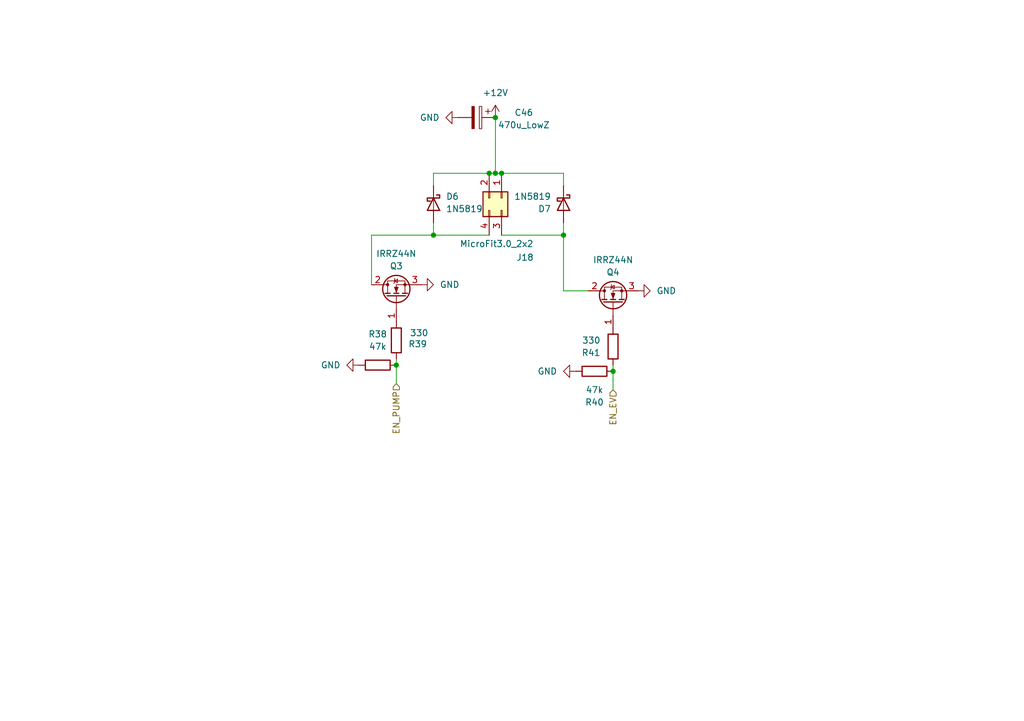
<source format=kicad_sch>
(kicad_sch (version 20250114) (generator "eeschema") (generator_version "9.0")
  (paper "A5")
  (title_block (title "Pump trigger") (date "2025-12-30") (rev "1") (company "Game Team SLSC"))
  (lib_symbols
    (symbol "Connector_Generic:Conn_02x02_Top_Bottom" (pin_names (offset 1.016) (hide yes))
      (property "Reference" "J" (at 1.27 2.54 0))
      (property "Value" "Conn_02x02_Top_Bottom" (at 1.27 -5.08 0))
      (symbol "Conn_02x02_Top_Bottom_1_1"
        (rectangle (start -1.27 1.27) (end 3.81 -3.81) (stroke (width 0.254)) (fill (type background)))
        (rectangle (start -1.27 0.127) (end 0 -0.127) (stroke (width 0.1524)))
        (rectangle (start -1.27 -2.413) (end 0 -2.667) (stroke (width 0.1524)))
        (rectangle (start 3.81 0.127) (end 2.54 -0.127) (stroke (width 0.1524)))
        (rectangle (start 3.81 -2.413) (end 2.54 -2.667) (stroke (width 0.1524)))
        (pin passive line (at -5.08 0 0) (length 3.81) (name "Pin_1") (number "1"))
        (pin passive line (at -5.08 -2.54 0) (length 3.81) (name "Pin_2") (number "2"))
        (pin passive line (at 7.62 0 180) (length 3.81) (name "Pin_3") (number "3"))
        (pin passive line (at 7.62 -2.54 180) (length 3.81) (name "Pin_4") (number "4"))
      )
    )
    (symbol "Device:C_Polarized" (pin_numbers (hide yes)) (pin_names (offset 0.254))
      (property "Reference" "C" (at 0.635 2.54 0))
      (property "Value" "C_Polarized" (at 0.635 -2.54 0))
      (symbol "C_Polarized_0_1"
        (rectangle (start -2.286 0.508) (end 2.286 1.016))
        (polyline (pts (xy -1.778 2.286) (xy -0.762 2.286)))
        (polyline (pts (xy -1.27 2.794) (xy -1.27 1.778)))
        (rectangle (start 2.286 -0.508) (end -2.286 -1.016) (fill (type outline)))
      )
      (symbol "C_Polarized_1_1"
        (pin passive line (at 0 3.81 270) (length 2.794) (name "~") (number "1"))
        (pin passive line (at 0 -3.81 90) (length 2.794) (name "~") (number "2"))
      )
    )
    (symbol "Device:D_Schottky" (pin_numbers (hide yes)) (pin_names (offset 1.016) (hide yes))
      (property "Reference" "D" (at 0 2.54 0))
      (property "Value" "D_Schottky" (at 0 -2.54 0))
      (symbol "D_Schottky_0_1"
        (polyline (pts (xy -1.905 0.635) (xy -1.905 1.27) (xy -1.27 1.27) (xy -1.27 -1.27) (xy -0.635 -1.27) (xy -0.635 -0.635)) (stroke (width 0.254)))
        (polyline (pts (xy 1.27 1.27) (xy 1.27 -1.27) (xy -1.27 0) (xy 1.27 1.27)) (stroke (width 0.254)))
        (polyline (pts (xy 1.27 0) (xy -1.27 0)))
      )
      (symbol "D_Schottky_1_1"
        (pin passive line (at -3.81 0 0) (length 2.54) (name "K") (number "1"))
        (pin passive line (at 3.81 0 180) (length 2.54) (name "A") (number "2"))
      )
    )
    (symbol "Device:R" (pin_numbers (hide yes)) (pin_names (offset 0))
      (property "Reference" "R" (at 2.032 0 90))
      (property "Value" "R" (at 0 0 90))
      (symbol "R_0_1"
        (rectangle (start -1.016 -2.54) (end 1.016 2.54) (stroke (width 0.254)))
      )
      (symbol "R_1_1"
        (pin passive line (at 0 3.81 270) (length 1.27) (name "~") (number "1"))
        (pin passive line (at 0 -3.81 90) (length 1.27) (name "~") (number "2"))
      )
    )
    (symbol "Transistor_FET:IRLZ44N" (pin_names (hide yes))
      (property "Reference" "Q" (at 5.08 1.905 0))
      (property "Value" "IRLZ44N" (at 5.08 0 0))
      (symbol "IRLZ44N_0_1"
        (polyline (pts (xy 0.254 1.905) (xy 0.254 -1.905)) (stroke (width 0.254)))
        (polyline (pts (xy 0.254 0) (xy -2.54 0)))
        (polyline (pts (xy 0.762 2.286) (xy 0.762 1.27)) (stroke (width 0.254)))
        (polyline (pts (xy 0.762 0.508) (xy 0.762 -0.508)) (stroke (width 0.254)))
        (polyline (pts (xy 0.762 -1.27) (xy 0.762 -2.286)) (stroke (width 0.254)))
        (polyline (pts (xy 0.762 -1.778) (xy 3.302 -1.778) (xy 3.302 1.778) (xy 0.762 1.778)))
        (polyline (pts (xy 1.016 0) (xy 2.032 0.381) (xy 2.032 -0.381) (xy 1.016 0)) (fill (type outline)))
        (circle (center 1.651 0) (radius 2.794) (stroke (width 0.254)))
        (polyline (pts (xy 2.54 2.54) (xy 2.54 1.778)))
        (circle (center 2.54 1.778) (radius 0.254) (fill (type outline)))
        (circle (center 2.54 -1.778) (radius 0.254) (fill (type outline)))
        (polyline (pts (xy 2.54 -2.54) (xy 2.54 0) (xy 0.762 0)))
        (polyline (pts (xy 2.794 0.508) (xy 2.921 0.381) (xy 3.683 0.381) (xy 3.81 0.254)))
        (polyline (pts (xy 3.302 0.381) (xy 2.921 -0.254) (xy 3.683 -0.254) (xy 3.302 0.381)))
      )
      (symbol "IRLZ44N_1_1"
        (pin input line (at -5.08 0 0) (length 2.54) (name "G") (number "1"))
        (pin passive line (at 2.54 5.08 270) (length 2.54) (name "D") (number "2"))
        (pin passive line (at 2.54 -5.08 90) (length 2.54) (name "S") (number "3"))
      )
    )
    (symbol "power:+12V" (power) (pin_numbers (hide yes)) (pin_names (offset 0) (hide yes))
      (property "Value" "+12V" (at 0 3.556 0))
      (symbol "+12V_0_1"
        (polyline (pts (xy -0.762 1.27) (xy 0 2.54)))
        (polyline (pts (xy 0 2.54) (xy 0.762 1.27)))
        (polyline (pts (xy 0 0) (xy 0 2.54)))
      )
      (symbol "+12V_1_1"
        (pin power_in line (at 0 0 90) (length 0) (name "~") (number "1"))
      )
    )
    (symbol "power:GND" (power) (pin_numbers (hide yes)) (pin_names (offset 0) (hide yes))
      (property "Value" "GND" (at 0 -3.81 0))
      (symbol "GND_0_1"
        (polyline (pts (xy 0 0) (xy 0 -1.27) (xy 1.27 -1.27) (xy 0 -2.54) (xy -1.27 -1.27) (xy 0 -1.27)))
      )
      (symbol "GND_1_1"
        (pin power_in line (at 0 0 270) (length 0) (name "~") (number "1"))
      )
    )
  )
  (junction (at 101.6 24.13))
  (junction (at 100.33 35.56))
  (junction (at 88.9 48.26))
  (junction (at 115.57 48.26))
  (junction (at 125.73 76.2))
  (junction (at 102.87 35.56))
  (junction (at 81.28 74.93))
  (junction (at 101.6 35.56))
  (wire (pts (xy 100.33 35.56) (xy 88.9 35.56)))
  (wire (pts (xy 101.6 24.13) (xy 101.6 35.56)))
  (wire (pts (xy 125.73 80.01) (xy 125.73 76.2)))
  (wire (pts (xy 100.33 35.56) (xy 101.6 35.56)))
  (wire (pts (xy 101.6 35.56) (xy 102.87 35.56)))
  (wire (pts (xy 115.57 35.56) (xy 115.57 38.1)))
  (wire (pts (xy 81.28 78.74) (xy 81.28 74.93)))
  (wire (pts (xy 115.57 59.69) (xy 115.57 48.26)))
  (wire (pts (xy 88.9 45.72) (xy 88.9 48.26)))
  (wire (pts (xy 88.9 35.56) (xy 88.9 38.1)))
  (wire (pts (xy 115.57 48.26) (xy 115.57 45.72)))
  (wire (pts (xy 102.87 48.26) (xy 115.57 48.26)))
  (wire (pts (xy 81.28 73.66) (xy 81.28 74.93)))
  (wire (pts (xy 125.73 74.93) (xy 125.73 76.2)))
  (wire (pts (xy 76.2 48.26) (xy 88.9 48.26)))
  (wire (pts (xy 102.87 35.56) (xy 115.57 35.56)))
  (wire (pts (xy 88.9 48.26) (xy 100.33 48.26)))
  (wire (pts (xy 76.2 58.42) (xy 76.2 48.26)))
  (wire (pts (xy 120.65 59.69) (xy 115.57 59.69)))
  (hierarchical_label "EN_PUMP" (shape input) (at 81.28 78.74 270))
  (hierarchical_label "EN_EV" (shape input) (at 125.73 80.01 270))
  (symbol (lib_id "Device:D_Schottky") (at 88.9 41.91 270) (unit 1)
    (property "Reference" "D4" (at 91.44 40.3224 90) (effects (justify left)))
    (property "Value" "1N5819" (at 91.44 42.8624 90) (effects (justify left)))
    (property "Footprint" "Diode_SMD:D_0805_2012Metric_Pad1.15x1.40mm_HandSolder" (effects (hide yes)))
    (property "Description" "Schottky diode" (effects (hide yes)))
    (instances (project "eurobot-2026-robot-pcb" (path "" (reference "D6") (unit 1)) (path "" (reference "D10") (unit 1)) (path "" (reference "D8") (unit 1)) (path "" (reference "D4") (unit 1))))
  )
  (symbol (lib_id "Device:D_Schottky") (at 115.57 41.91 270) (unit 1)
    (property "Reference" "D5" (at 113.03 42.8626 90) (effects (justify right)))
    (property "Value" "1N5819" (at 113.03 40.3226 90) (effects (justify right)))
    (property "Footprint" "Diode_SMD:D_0805_2012Metric_Pad1.15x1.40mm_HandSolder" (effects (hide yes)))
    (property "Description" "Schottky diode" (effects (hide yes)))
    (instances (project "eurobot-2026-robot-pcb" (path "" (reference "D7") (unit 1)) (path "" (reference "D11") (unit 1)) (path "" (reference "D9") (unit 1)) (path "" (reference "D5") (unit 1))))
  )
  (symbol (lib_id "power:GND") (at 118.11 76.2 270) (unit 1)
    (property "Reference" "#PWR0129" (effects (hide yes)))
    (property "Value" "GND" (at 114.3 76.2001 90) (effects (justify right)))
    (property "Description" "Power symbol creates a global label with name \"GND\" , ground" (effects (hide yes)))
    (instances (project "eurobot-2026-robot-pcb" (path "" (reference "#PWR0134") (unit 1)) (path "" (reference "#PWR0144") (unit 1)) (path "" (reference "#PWR0139") (unit 1)) (path "" (reference "#PWR0129") (unit 1))))
  )
  (symbol (lib_id "Connector_Generic:Conn_02x02_Top_Bottom") (at 102.87 40.64 270) (unit 1)
    (property "Reference" "J17" (at 107.696 52.832 90))
    (property "Value" "MicroFit3.0_2x2" (at 101.854 50.038 90))
    (property "Footprint" "Connector_Molex:Molex_Micro-Fit_3.0_43045-0412_2x02_P3.00mm_Vertical" (effects (hide yes)))
    (property "Description" "Generic connector, double row, 02x02, top/bottom pin numbering scheme (row 1: 1...pins_per_row, row2: pins_per_row+1 ... num_pins), script generated (kicad-library-utils/schlib/autogen/connector/)" (effects (hide yes)))
    (instances (project "eurobot-2026-robot-pcb" (path "" (reference "J18") (unit 1)) (path "" (reference "J20") (unit 1)) (path "" (reference "J19") (unit 1)) (path "" (reference "J17") (unit 1))))
  )
  (symbol (lib_id "Device:R") (at 121.92 76.2 270) (unit 1)
    (property "Reference" "R36" (at 121.92 82.55 90))
    (property "Value" "47k" (at 121.92 80.01 90))
    (property "Footprint" "Resistor_SMD:R_0805_2012Metric_Pad1.20x1.40mm_HandSolder" (effects (hide yes)))
    (property "Description" "Resistor" (effects (hide yes)))
    (instances (project "eurobot-2026-robot-pcb" (path "" (reference "R40") (unit 1)) (path "" (reference "R48") (unit 1)) (path "" (reference "R44") (unit 1)) (path "" (reference "R36") (unit 1))))
  )
  (symbol (lib_id "power:GND") (at 130.81 59.69 90) (unit 1)
    (property "Reference" "#PWR0130" (effects (hide yes)))
    (property "Value" "GND" (at 134.62 59.6901 90) (effects (justify right)))
    (property "Description" "Power symbol creates a global label with name \"GND\" , ground" (effects (hide yes)))
    (instances (project "eurobot-2026-robot-pcb" (path "" (reference "#PWR0135") (unit 1)) (path "" (reference "#PWR0145") (unit 1)) (path "" (reference "#PWR0140") (unit 1)) (path "" (reference "#PWR0130") (unit 1))))
  )
  (symbol (lib_id "Device:R") (at 81.28 69.85 180) (unit 1)
    (property "Reference" "R35" (at 87.63 70.612 0) (effects (justify left)))
    (property "Value" "330" (at 87.884 68.326 0) (effects (justify left)))
    (property "Footprint" "Resistor_SMD:R_0805_2012Metric_Pad1.20x1.40mm_HandSolder" (effects (hide yes)))
    (property "Description" "Resistor" (effects (hide yes)))
    (instances (project "eurobot-2026-robot-pcb" (path "" (reference "R39") (unit 1)) (path "" (reference "R47") (unit 1)) (path "" (reference "R43") (unit 1)) (path "" (reference "R35") (unit 1))))
  )
  (symbol (lib_id "power:GND") (at 73.66 74.93 270) (unit 1)
    (property "Reference" "#PWR0126" (effects (hide yes)))
    (property "Value" "GND" (at 69.85 74.9301 90) (effects (justify right)))
    (property "Description" "Power symbol creates a global label with name \"GND\" , ground" (effects (hide yes)))
    (instances (project "eurobot-2026-robot-pcb" (path "" (reference "#PWR0131") (unit 1)) (path "" (reference "#PWR0141") (unit 1)) (path "" (reference "#PWR0136") (unit 1)) (path "" (reference "#PWR0126") (unit 1))))
  )
  (symbol (lib_id "power:GND") (at 86.36 58.42 90) (unit 1)
    (property "Reference" "#PWR0127" (effects (hide yes)))
    (property "Value" "GND" (at 90.17 58.4201 90) (effects (justify right)))
    (property "Description" "Power symbol creates a global label with name \"GND\" , ground" (effects (hide yes)))
    (instances (project "eurobot-2026-robot-pcb" (path "" (reference "#PWR0132") (unit 1)) (path "" (reference "#PWR0142") (unit 1)) (path "" (reference "#PWR0137") (unit 1)) (path "" (reference "#PWR0127") (unit 1))))
  )
  (symbol (lib_id "Device:R") (at 125.73 71.12 180) (unit 1)
    (property "Reference" "R37" (at 123.19 72.3901 0) (effects (justify left)))
    (property "Value" "330" (at 123.19 69.8501 0) (effects (justify left)))
    (property "Footprint" "Resistor_SMD:R_0805_2012Metric_Pad1.20x1.40mm_HandSolder" (effects (hide yes)))
    (property "Description" "Resistor" (effects (hide yes)))
    (instances (project "eurobot-2026-robot-pcb" (path "" (reference "R41") (unit 1)) (path "" (reference "R49") (unit 1)) (path "" (reference "R45") (unit 1)) (path "" (reference "R37") (unit 1))))
  )
  (symbol (lib_id "power:+12V") (at 101.6 24.13 0) (unit 1)
    (property "Reference" "#PWR0133" (effects (hide yes)))
    (property "Value" "+12V" (at 101.6 19.05 0))
    (property "Description" "Power symbol creates a global label with name \"+12V\"" (effects (hide yes)))
    (instances (project "eurobot-2026-robot-pcb" (path "" (reference "#PWR0138") (unit 1)) (path "" (reference "#PWR0146") (unit 1)) (path "" (reference "#PWR0143") (unit 1)) (path "" (reference "#PWR0133") (unit 1))))
  )
  (symbol (lib_id "Device:C_Polarized") (at 97.79 24.13 270) (unit 1)
    (property "Reference" "C45" (at 107.442 23.114 90))
    (property "Value" "470u_LowZ" (at 107.442 25.654 90))
    (property "Footprint" "Capacitor_THT:CP_Radial_D8.0mm_P3.50mm" (effects (hide yes)))
    (property "Description" "Polarized capacitor" (effects (hide yes)))
    (property "MPN" "EEU-FR1E471L" (effects (hide yes)))
    (property "Manufacturer" "Panasonic" (effects (hide yes)))
    (instances (project "eurobot-2026-robot-pcb" (path "" (reference "C46") (unit 1)) (path "" (reference "C48") (unit 1)) (path "" (reference "C47") (unit 1)) (path "" (reference "C45") (unit 1))))
  )
  (symbol (lib_id "Device:R") (at 77.47 74.93 270) (unit 1)
    (property "Reference" "R34" (at 77.47 68.58 90))
    (property "Value" "47k" (at 77.47 71.12 90))
    (property "Footprint" "Resistor_SMD:R_0805_2012Metric_Pad1.20x1.40mm_HandSolder" (effects (hide yes)))
    (property "Description" "Resistor" (effects (hide yes)))
    (instances (project "eurobot-2026-robot-pcb" (path "" (reference "R38") (unit 1)) (path "" (reference "R46") (unit 1)) (path "" (reference "R42") (unit 1)) (path "" (reference "R34") (unit 1))))
  )
  (symbol (lib_id "Transistor_FET:IRLZ44N") (at 81.28 60.96 90) (unit 1)
    (property "Reference" "Q1" (at 81.28 54.61 90))
    (property "Value" "IRRZ44N" (at 81.28 52.07 90))
    (property "Footprint" "Package_TO_SOT_THT:TO-220-3_Vertical" (effects (hide yes)))
    (property "Datasheet" "http://www.irf.com/product-info/datasheets/data/irlz44n.pdf" (effects (hide yes)))
    (property "Description" "47A Id, 55V Vds, 22mOhm Rds Single N-Channel HEXFET Power MOSFET, TO-220AB" (effects (hide yes)))
    (instances (project "eurobot-2026-robot-pcb" (path "" (reference "Q3") (unit 1)) (path "" (reference "Q7") (unit 1)) (path "" (reference "Q5") (unit 1)) (path "" (reference "Q1") (unit 1))))
  )
  (symbol (lib_id "Transistor_FET:IRLZ44N") (at 125.73 62.23 90) (unit 1)
    (property "Reference" "Q2" (at 125.73 55.88 90))
    (property "Value" "IRRZ44N" (at 125.73 53.34 90))
    (property "Footprint" "Package_TO_SOT_THT:TO-220-3_Vertical" (effects (hide yes)))
    (property "Datasheet" "http://www.irf.com/product-info/datasheets/data/irlz44n.pdf" (effects (hide yes)))
    (property "Description" "47A Id, 55V Vds, 22mOhm Rds Single N-Channel HEXFET Power MOSFET, TO-220AB" (effects (hide yes)))
    (instances (project "eurobot-2026-robot-pcb" (path "" (reference "Q4") (unit 1)) (path "" (reference "Q8") (unit 1)) (path "" (reference "Q6") (unit 1)) (path "" (reference "Q2") (unit 1))))
  )
  (symbol (lib_id "power:GND") (at 93.98 24.13 270) (unit 1)
    (property "Reference" "#PWR0128" (effects (hide yes)))
    (property "Value" "GND" (at 90.17 24.1299 90) (effects (justify right)))
    (property "Description" "Power symbol creates a global label with name \"GND\" , ground" (effects (hide yes)))
    (instances (project "" (path "" (reference "#PWR0147") (unit 1)) (path "" (reference "#PWR0149") (unit 1)) (path "" (reference "#PWR0148") (unit 1)) (path "" (reference "#PWR0128") (unit 1))))
  )
)
</source>
